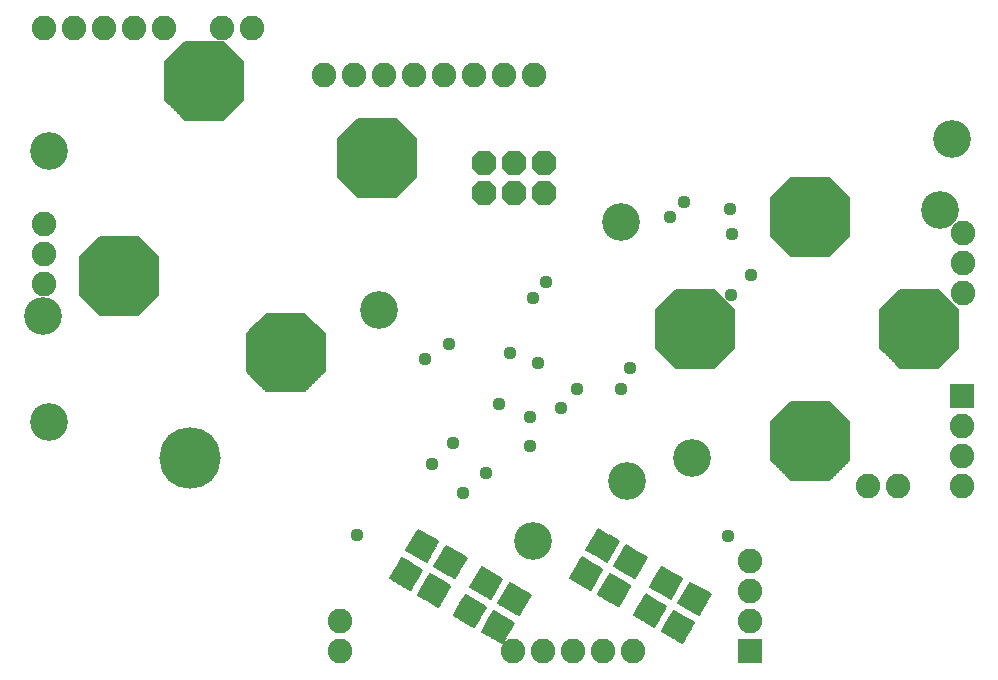
<source format=gbs>
G75*
%MOIN*%
%OFA0B0*%
%FSLAX25Y25*%
%IPPOS*%
%LPD*%
%AMOC8*
5,1,8,0,0,1.08239X$1,22.5*
%
%ADD10C,0.12611*%
%ADD11C,0.20485*%
%ADD12C,0.08200*%
%ADD13R,0.08200X0.08200*%
%ADD14OC8,0.08200*%
%ADD15R,0.04000X0.02400*%
%ADD16C,0.00500*%
%ADD17C,0.04369*%
D10*
X0044091Y0127043D03*
X0042123Y0162476D03*
X0044091Y0217594D03*
X0154327Y0164445D03*
X0235036Y0193972D03*
X0258658Y0115232D03*
X0237005Y0107358D03*
X0205509Y0087673D03*
X0341335Y0197909D03*
X0345272Y0221531D03*
D11*
X0091335Y0115232D03*
D12*
X0141144Y0050865D03*
X0141144Y0060865D03*
X0198760Y0050689D03*
X0208760Y0050689D03*
X0218760Y0050689D03*
X0228760Y0050689D03*
X0238760Y0050689D03*
X0277988Y0060705D03*
X0277988Y0070705D03*
X0277988Y0080705D03*
X0317177Y0105853D03*
X0327177Y0105853D03*
X0348559Y0105975D03*
X0348559Y0115975D03*
X0348559Y0125975D03*
X0348747Y0170278D03*
X0348747Y0180278D03*
X0348747Y0190278D03*
X0205927Y0242802D03*
X0195927Y0242802D03*
X0185927Y0242802D03*
X0175927Y0242802D03*
X0165927Y0242802D03*
X0155927Y0242802D03*
X0145927Y0242802D03*
X0135927Y0242802D03*
X0111904Y0258495D03*
X0101904Y0258495D03*
X0082604Y0258447D03*
X0072604Y0258447D03*
X0062604Y0258447D03*
X0052604Y0258447D03*
X0042604Y0258447D03*
X0042584Y0193258D03*
X0042584Y0183258D03*
X0042584Y0173258D03*
D13*
X0277988Y0050705D03*
X0348559Y0135975D03*
D14*
X0209317Y0203577D03*
X0199317Y0203577D03*
X0199317Y0213577D03*
X0209317Y0213577D03*
X0189317Y0213577D03*
X0189317Y0203577D03*
D15*
X0153540Y0203500D03*
X0153540Y0227122D03*
X0095981Y0229091D03*
X0095981Y0252713D03*
X0067477Y0187752D03*
X0067477Y0164130D03*
X0123068Y0162161D03*
X0123068Y0138539D03*
G36*
X0167482Y0087917D02*
X0170946Y0085917D01*
X0169746Y0083839D01*
X0166282Y0085839D01*
X0167482Y0087917D01*
G37*
G36*
X0198211Y0070132D02*
X0201675Y0068132D01*
X0200475Y0066054D01*
X0197011Y0068054D01*
X0198211Y0070132D01*
G37*
G36*
X0227517Y0088055D02*
X0230981Y0086055D01*
X0229781Y0083977D01*
X0226317Y0085977D01*
X0227517Y0088055D01*
G37*
G36*
X0258246Y0070270D02*
X0261710Y0068270D01*
X0260510Y0066192D01*
X0257046Y0068192D01*
X0258246Y0070270D01*
G37*
X0297949Y0109012D03*
X0297949Y0132634D03*
X0334249Y0146413D03*
X0334249Y0170035D03*
X0297871Y0183815D03*
X0297871Y0207437D03*
X0259524Y0170035D03*
X0259524Y0146413D03*
D16*
X0253225Y0145232D02*
X0265823Y0145232D01*
X0270154Y0149563D01*
X0272516Y0151925D01*
X0272516Y0164524D01*
X0272123Y0164917D01*
X0265823Y0171217D01*
X0253225Y0171217D01*
X0248107Y0166098D01*
X0246532Y0164524D01*
X0246532Y0151925D01*
X0249682Y0148776D01*
X0253225Y0145232D01*
X0252893Y0145564D02*
X0266155Y0145564D01*
X0266654Y0146062D02*
X0252395Y0146062D01*
X0251896Y0146561D02*
X0267152Y0146561D01*
X0267651Y0147059D02*
X0251398Y0147059D01*
X0250899Y0147558D02*
X0268149Y0147558D01*
X0268648Y0148056D02*
X0250401Y0148056D01*
X0249902Y0148555D02*
X0269146Y0148555D01*
X0269645Y0149054D02*
X0249404Y0149054D01*
X0248905Y0149552D02*
X0270143Y0149552D01*
X0270642Y0150051D02*
X0248407Y0150051D01*
X0247908Y0150549D02*
X0271140Y0150549D01*
X0271639Y0151048D02*
X0247410Y0151048D01*
X0246911Y0151546D02*
X0272137Y0151546D01*
X0272516Y0152045D02*
X0246532Y0152045D01*
X0246532Y0152543D02*
X0272516Y0152543D01*
X0272516Y0153042D02*
X0246532Y0153042D01*
X0246532Y0153540D02*
X0272516Y0153540D01*
X0272516Y0154039D02*
X0246532Y0154039D01*
X0246532Y0154537D02*
X0272516Y0154537D01*
X0272516Y0155036D02*
X0246532Y0155036D01*
X0246532Y0155534D02*
X0272516Y0155534D01*
X0272516Y0156033D02*
X0246532Y0156033D01*
X0246532Y0156531D02*
X0272516Y0156531D01*
X0272516Y0157030D02*
X0246532Y0157030D01*
X0246532Y0157528D02*
X0272516Y0157528D01*
X0272516Y0158027D02*
X0246532Y0158027D01*
X0246532Y0158525D02*
X0272516Y0158525D01*
X0272516Y0159024D02*
X0246532Y0159024D01*
X0246532Y0159522D02*
X0272516Y0159522D01*
X0272516Y0160021D02*
X0246532Y0160021D01*
X0246532Y0160519D02*
X0272516Y0160519D01*
X0272516Y0161018D02*
X0246532Y0161018D01*
X0246532Y0161516D02*
X0272516Y0161516D01*
X0272516Y0162015D02*
X0246532Y0162015D01*
X0246532Y0162513D02*
X0272516Y0162513D01*
X0272516Y0163012D02*
X0246532Y0163012D01*
X0246532Y0163510D02*
X0272516Y0163510D01*
X0272516Y0164009D02*
X0246532Y0164009D01*
X0246532Y0164507D02*
X0272516Y0164507D01*
X0272034Y0165006D02*
X0247014Y0165006D01*
X0247513Y0165504D02*
X0271536Y0165504D01*
X0271037Y0166003D02*
X0248011Y0166003D01*
X0248510Y0166501D02*
X0270539Y0166501D01*
X0270040Y0167000D02*
X0249008Y0167000D01*
X0249507Y0167498D02*
X0269542Y0167498D01*
X0269043Y0167997D02*
X0250005Y0167997D01*
X0250504Y0168495D02*
X0268545Y0168495D01*
X0268046Y0168994D02*
X0251002Y0168994D01*
X0251501Y0169492D02*
X0267548Y0169492D01*
X0267049Y0169991D02*
X0252000Y0169991D01*
X0252498Y0170490D02*
X0266551Y0170490D01*
X0266052Y0170988D02*
X0252997Y0170988D01*
X0284879Y0189327D02*
X0288028Y0186177D01*
X0291572Y0182634D01*
X0304170Y0182634D01*
X0308501Y0186965D01*
X0310863Y0189327D01*
X0310863Y0201925D01*
X0310469Y0202319D01*
X0304170Y0208618D01*
X0291572Y0208618D01*
X0286453Y0203500D01*
X0284879Y0201925D01*
X0284879Y0189327D01*
X0284879Y0189433D02*
X0310863Y0189433D01*
X0310863Y0189931D02*
X0284879Y0189931D01*
X0284879Y0190430D02*
X0310863Y0190430D01*
X0310863Y0190928D02*
X0284879Y0190928D01*
X0284879Y0191427D02*
X0310863Y0191427D01*
X0310863Y0191925D02*
X0284879Y0191925D01*
X0284879Y0192424D02*
X0310863Y0192424D01*
X0310863Y0192923D02*
X0284879Y0192923D01*
X0284879Y0193421D02*
X0310863Y0193421D01*
X0310863Y0193920D02*
X0284879Y0193920D01*
X0284879Y0194418D02*
X0310863Y0194418D01*
X0310863Y0194917D02*
X0284879Y0194917D01*
X0284879Y0195415D02*
X0310863Y0195415D01*
X0310863Y0195914D02*
X0284879Y0195914D01*
X0284879Y0196412D02*
X0310863Y0196412D01*
X0310863Y0196911D02*
X0284879Y0196911D01*
X0284879Y0197409D02*
X0310863Y0197409D01*
X0310863Y0197908D02*
X0284879Y0197908D01*
X0284879Y0198406D02*
X0310863Y0198406D01*
X0310863Y0198905D02*
X0284879Y0198905D01*
X0284879Y0199403D02*
X0310863Y0199403D01*
X0310863Y0199902D02*
X0284879Y0199902D01*
X0284879Y0200400D02*
X0310863Y0200400D01*
X0310863Y0200899D02*
X0284879Y0200899D01*
X0284879Y0201397D02*
X0310863Y0201397D01*
X0310863Y0201896D02*
X0284879Y0201896D01*
X0285348Y0202394D02*
X0310394Y0202394D01*
X0309895Y0202893D02*
X0285846Y0202893D01*
X0286345Y0203391D02*
X0309397Y0203391D01*
X0308898Y0203890D02*
X0286843Y0203890D01*
X0287342Y0204388D02*
X0308400Y0204388D01*
X0307901Y0204887D02*
X0287840Y0204887D01*
X0288339Y0205385D02*
X0307403Y0205385D01*
X0306904Y0205884D02*
X0288837Y0205884D01*
X0289336Y0206382D02*
X0306406Y0206382D01*
X0305907Y0206881D02*
X0289834Y0206881D01*
X0290333Y0207379D02*
X0305409Y0207379D01*
X0304910Y0207878D02*
X0290831Y0207878D01*
X0291330Y0208376D02*
X0304412Y0208376D01*
X0310471Y0188934D02*
X0285271Y0188934D01*
X0285769Y0188436D02*
X0309972Y0188436D01*
X0309473Y0187937D02*
X0286268Y0187937D01*
X0286766Y0187439D02*
X0308975Y0187439D01*
X0308476Y0186940D02*
X0287265Y0186940D01*
X0287764Y0186442D02*
X0307978Y0186442D01*
X0307479Y0185943D02*
X0288262Y0185943D01*
X0288761Y0185445D02*
X0306981Y0185445D01*
X0306482Y0184946D02*
X0289259Y0184946D01*
X0289758Y0184448D02*
X0305984Y0184448D01*
X0305485Y0183949D02*
X0290256Y0183949D01*
X0290755Y0183451D02*
X0304987Y0183451D01*
X0304488Y0182952D02*
X0291253Y0182952D01*
X0321257Y0164524D02*
X0321257Y0151925D01*
X0324406Y0148776D01*
X0327949Y0145232D01*
X0340548Y0145232D01*
X0344879Y0149563D01*
X0347241Y0151925D01*
X0347241Y0164524D01*
X0346847Y0164917D01*
X0340548Y0171217D01*
X0327949Y0171217D01*
X0322831Y0166098D01*
X0321257Y0164524D01*
X0321257Y0164507D02*
X0347241Y0164507D01*
X0347241Y0164009D02*
X0321257Y0164009D01*
X0321257Y0163510D02*
X0347241Y0163510D01*
X0347241Y0163012D02*
X0321257Y0163012D01*
X0321257Y0162513D02*
X0347241Y0162513D01*
X0347241Y0162015D02*
X0321257Y0162015D01*
X0321257Y0161516D02*
X0347241Y0161516D01*
X0347241Y0161018D02*
X0321257Y0161018D01*
X0321257Y0160519D02*
X0347241Y0160519D01*
X0347241Y0160021D02*
X0321257Y0160021D01*
X0321257Y0159522D02*
X0347241Y0159522D01*
X0347241Y0159024D02*
X0321257Y0159024D01*
X0321257Y0158525D02*
X0347241Y0158525D01*
X0347241Y0158027D02*
X0321257Y0158027D01*
X0321257Y0157528D02*
X0347241Y0157528D01*
X0347241Y0157030D02*
X0321257Y0157030D01*
X0321257Y0156531D02*
X0347241Y0156531D01*
X0347241Y0156033D02*
X0321257Y0156033D01*
X0321257Y0155534D02*
X0347241Y0155534D01*
X0347241Y0155036D02*
X0321257Y0155036D01*
X0321257Y0154537D02*
X0347241Y0154537D01*
X0347241Y0154039D02*
X0321257Y0154039D01*
X0321257Y0153540D02*
X0347241Y0153540D01*
X0347241Y0153042D02*
X0321257Y0153042D01*
X0321257Y0152543D02*
X0347241Y0152543D01*
X0347241Y0152045D02*
X0321257Y0152045D01*
X0321636Y0151546D02*
X0346862Y0151546D01*
X0346363Y0151048D02*
X0322134Y0151048D01*
X0322633Y0150549D02*
X0345865Y0150549D01*
X0345366Y0150051D02*
X0323131Y0150051D01*
X0323630Y0149552D02*
X0344868Y0149552D01*
X0344369Y0149054D02*
X0324128Y0149054D01*
X0324627Y0148555D02*
X0343871Y0148555D01*
X0343372Y0148056D02*
X0325125Y0148056D01*
X0325624Y0147558D02*
X0342874Y0147558D01*
X0342375Y0147059D02*
X0326122Y0147059D01*
X0326621Y0146561D02*
X0341877Y0146561D01*
X0341378Y0146062D02*
X0327119Y0146062D01*
X0327618Y0145564D02*
X0340880Y0145564D01*
X0346759Y0165006D02*
X0321739Y0165006D01*
X0322237Y0165504D02*
X0346260Y0165504D01*
X0345762Y0166003D02*
X0322736Y0166003D01*
X0323234Y0166501D02*
X0345263Y0166501D01*
X0344765Y0167000D02*
X0323733Y0167000D01*
X0324231Y0167498D02*
X0344266Y0167498D01*
X0343767Y0167997D02*
X0324730Y0167997D01*
X0325228Y0168495D02*
X0343269Y0168495D01*
X0342770Y0168994D02*
X0325727Y0168994D01*
X0326225Y0169492D02*
X0342272Y0169492D01*
X0341773Y0169991D02*
X0326724Y0169991D01*
X0327222Y0170490D02*
X0341275Y0170490D01*
X0340776Y0170988D02*
X0327721Y0170988D01*
X0304249Y0133815D02*
X0291650Y0133815D01*
X0286532Y0128697D01*
X0284957Y0127122D01*
X0284957Y0114524D01*
X0288107Y0111374D01*
X0291650Y0107831D01*
X0304249Y0107831D01*
X0308579Y0112161D01*
X0310942Y0114524D01*
X0310942Y0127122D01*
X0310548Y0127516D01*
X0304249Y0133815D01*
X0304464Y0133600D02*
X0291435Y0133600D01*
X0290936Y0133101D02*
X0304962Y0133101D01*
X0305461Y0132603D02*
X0290438Y0132603D01*
X0289939Y0132104D02*
X0305960Y0132104D01*
X0306458Y0131606D02*
X0289441Y0131606D01*
X0288942Y0131107D02*
X0306957Y0131107D01*
X0307455Y0130609D02*
X0288444Y0130609D01*
X0287945Y0130110D02*
X0307954Y0130110D01*
X0308452Y0129612D02*
X0287447Y0129612D01*
X0286948Y0129113D02*
X0308951Y0129113D01*
X0309449Y0128615D02*
X0286450Y0128615D01*
X0285951Y0128116D02*
X0309948Y0128116D01*
X0310446Y0127618D02*
X0285453Y0127618D01*
X0284957Y0127119D02*
X0310942Y0127119D01*
X0310942Y0126621D02*
X0284957Y0126621D01*
X0284957Y0126122D02*
X0310942Y0126122D01*
X0310942Y0125623D02*
X0284957Y0125623D01*
X0284957Y0125125D02*
X0310942Y0125125D01*
X0310942Y0124626D02*
X0284957Y0124626D01*
X0284957Y0124128D02*
X0310942Y0124128D01*
X0310942Y0123629D02*
X0284957Y0123629D01*
X0284957Y0123131D02*
X0310942Y0123131D01*
X0310942Y0122632D02*
X0284957Y0122632D01*
X0284957Y0122134D02*
X0310942Y0122134D01*
X0310942Y0121635D02*
X0284957Y0121635D01*
X0284957Y0121137D02*
X0310942Y0121137D01*
X0310942Y0120638D02*
X0284957Y0120638D01*
X0284957Y0120140D02*
X0310942Y0120140D01*
X0310942Y0119641D02*
X0284957Y0119641D01*
X0284957Y0119143D02*
X0310942Y0119143D01*
X0310942Y0118644D02*
X0284957Y0118644D01*
X0284957Y0118146D02*
X0310942Y0118146D01*
X0310942Y0117647D02*
X0284957Y0117647D01*
X0284957Y0117149D02*
X0310942Y0117149D01*
X0310942Y0116650D02*
X0284957Y0116650D01*
X0284957Y0116152D02*
X0310942Y0116152D01*
X0310942Y0115653D02*
X0284957Y0115653D01*
X0284957Y0115155D02*
X0310942Y0115155D01*
X0310942Y0114656D02*
X0284957Y0114656D01*
X0285323Y0114158D02*
X0310576Y0114158D01*
X0310077Y0113659D02*
X0285822Y0113659D01*
X0286320Y0113161D02*
X0309579Y0113161D01*
X0309080Y0112662D02*
X0286819Y0112662D01*
X0287317Y0112164D02*
X0308582Y0112164D01*
X0308083Y0111665D02*
X0287816Y0111665D01*
X0288314Y0111167D02*
X0307585Y0111167D01*
X0307086Y0110668D02*
X0288813Y0110668D01*
X0289311Y0110170D02*
X0306588Y0110170D01*
X0306089Y0109671D02*
X0289810Y0109671D01*
X0290308Y0109173D02*
X0305591Y0109173D01*
X0305092Y0108674D02*
X0290807Y0108674D01*
X0291305Y0108176D02*
X0304594Y0108176D01*
X0260341Y0072283D02*
X0257125Y0072283D01*
X0257413Y0072781D02*
X0259478Y0072781D01*
X0258614Y0073280D02*
X0257700Y0073280D01*
X0257929Y0073676D02*
X0255905Y0070170D01*
X0253998Y0066868D01*
X0257821Y0064661D01*
X0260862Y0062905D01*
X0263287Y0067106D01*
X0264792Y0069713D01*
X0261896Y0071385D01*
X0257929Y0073676D01*
X0256837Y0071784D02*
X0261205Y0071784D01*
X0262068Y0071286D02*
X0256549Y0071286D01*
X0256261Y0070787D02*
X0262932Y0070787D01*
X0263795Y0070289D02*
X0255973Y0070289D01*
X0255686Y0069790D02*
X0264658Y0069790D01*
X0264549Y0069292D02*
X0255398Y0069292D01*
X0255110Y0068793D02*
X0264262Y0068793D01*
X0263974Y0068295D02*
X0254822Y0068295D01*
X0254534Y0067796D02*
X0263686Y0067796D01*
X0263398Y0067298D02*
X0254247Y0067298D01*
X0254118Y0066799D02*
X0263110Y0066799D01*
X0262822Y0066301D02*
X0254981Y0066301D01*
X0255845Y0065802D02*
X0262535Y0065802D01*
X0262247Y0065304D02*
X0256708Y0065304D01*
X0257571Y0064805D02*
X0261959Y0064805D01*
X0261671Y0064307D02*
X0258435Y0064307D01*
X0259298Y0063808D02*
X0261383Y0063808D01*
X0261096Y0063310D02*
X0260162Y0063310D01*
X0258569Y0060817D02*
X0250510Y0060817D01*
X0250713Y0061167D02*
X0252512Y0064284D01*
X0255314Y0062666D01*
X0255926Y0062343D01*
X0259279Y0060407D01*
X0257230Y0056857D01*
X0255334Y0053573D01*
X0252560Y0055175D01*
X0248580Y0057473D01*
X0250713Y0061167D01*
X0250798Y0061316D02*
X0257705Y0061316D01*
X0256842Y0061814D02*
X0251086Y0061814D01*
X0251374Y0062313D02*
X0255978Y0062313D01*
X0255063Y0062811D02*
X0251662Y0062811D01*
X0251950Y0063310D02*
X0254199Y0063310D01*
X0253336Y0063808D02*
X0252237Y0063808D01*
X0249699Y0065304D02*
X0240520Y0065304D01*
X0240808Y0065802D02*
X0249893Y0065802D01*
X0249964Y0065761D02*
X0246664Y0067666D01*
X0243096Y0069726D01*
X0241422Y0066827D01*
X0241318Y0066686D01*
X0239132Y0062899D01*
X0242833Y0060762D01*
X0246016Y0058924D01*
X0248348Y0062963D01*
X0249964Y0065761D01*
X0249029Y0066301D02*
X0241096Y0066301D01*
X0241401Y0066799D02*
X0248166Y0066799D01*
X0247303Y0067298D02*
X0241694Y0067298D01*
X0241981Y0067796D02*
X0246439Y0067796D01*
X0245576Y0068295D02*
X0242269Y0068295D01*
X0242557Y0068793D02*
X0244712Y0068793D01*
X0243849Y0069292D02*
X0242845Y0069292D01*
X0244672Y0072253D02*
X0248233Y0070197D01*
X0251446Y0068342D01*
X0253888Y0072571D01*
X0255326Y0075062D01*
X0252055Y0076951D01*
X0252014Y0077013D01*
X0248569Y0079002D01*
X0246713Y0075787D01*
X0244672Y0072253D01*
X0244690Y0072283D02*
X0253722Y0072283D01*
X0254010Y0072781D02*
X0244977Y0072781D01*
X0245265Y0073280D02*
X0254297Y0073280D01*
X0254585Y0073778D02*
X0245553Y0073778D01*
X0245841Y0074277D02*
X0254873Y0074277D01*
X0255161Y0074775D02*
X0246129Y0074775D01*
X0246416Y0075274D02*
X0254960Y0075274D01*
X0254096Y0075772D02*
X0246704Y0075772D01*
X0246992Y0076271D02*
X0253233Y0076271D01*
X0252370Y0076769D02*
X0247280Y0076769D01*
X0247568Y0077268D02*
X0251573Y0077268D01*
X0250710Y0077766D02*
X0247855Y0077766D01*
X0248143Y0078265D02*
X0249846Y0078265D01*
X0248983Y0078763D02*
X0248431Y0078763D01*
X0243273Y0081754D02*
X0234071Y0081754D01*
X0233784Y0081256D02*
X0242985Y0081256D01*
X0242697Y0080757D02*
X0233496Y0080757D01*
X0233208Y0080259D02*
X0242410Y0080259D01*
X0242122Y0079760D02*
X0232920Y0079760D01*
X0232632Y0079262D02*
X0241834Y0079262D01*
X0241736Y0079092D02*
X0243458Y0082075D01*
X0240761Y0083632D01*
X0239713Y0084214D01*
X0236547Y0086042D01*
X0234863Y0083126D01*
X0232590Y0079188D01*
X0236945Y0076674D01*
X0239491Y0075204D01*
X0241736Y0079092D01*
X0241546Y0078763D02*
X0233326Y0078763D01*
X0234189Y0078265D02*
X0241258Y0078265D01*
X0240971Y0077766D02*
X0235053Y0077766D01*
X0235916Y0077268D02*
X0240683Y0077268D01*
X0240395Y0076769D02*
X0236779Y0076769D01*
X0237643Y0076271D02*
X0240107Y0076271D01*
X0239819Y0075772D02*
X0238506Y0075772D01*
X0239370Y0075274D02*
X0239531Y0075274D01*
X0238053Y0072674D02*
X0234796Y0074554D01*
X0231158Y0076654D01*
X0229602Y0073959D01*
X0229556Y0073879D01*
X0227164Y0069736D01*
X0230842Y0067612D01*
X0234058Y0065755D01*
X0236508Y0069999D01*
X0238053Y0072674D01*
X0237866Y0072781D02*
X0228922Y0072781D01*
X0228635Y0072283D02*
X0237827Y0072283D01*
X0237539Y0071784D02*
X0228347Y0071784D01*
X0228059Y0071286D02*
X0237251Y0071286D01*
X0236964Y0070787D02*
X0227771Y0070787D01*
X0227483Y0070289D02*
X0236676Y0070289D01*
X0236388Y0069790D02*
X0227195Y0069790D01*
X0227933Y0069292D02*
X0236100Y0069292D01*
X0235812Y0068793D02*
X0228797Y0068793D01*
X0229660Y0068295D02*
X0235524Y0068295D01*
X0235237Y0067796D02*
X0230524Y0067796D01*
X0231387Y0067298D02*
X0234949Y0067298D01*
X0234661Y0066799D02*
X0232251Y0066799D01*
X0233114Y0066301D02*
X0234373Y0066301D01*
X0234085Y0065802D02*
X0233978Y0065802D01*
X0239369Y0063310D02*
X0248548Y0063310D01*
X0248836Y0063808D02*
X0239657Y0063808D01*
X0239944Y0064307D02*
X0249124Y0064307D01*
X0249411Y0064805D02*
X0240232Y0064805D01*
X0239284Y0062811D02*
X0248260Y0062811D01*
X0247972Y0062313D02*
X0240147Y0062313D01*
X0241011Y0061814D02*
X0247685Y0061814D01*
X0247397Y0061316D02*
X0241874Y0061316D01*
X0242738Y0060817D02*
X0247109Y0060817D01*
X0246821Y0060319D02*
X0243601Y0060319D01*
X0244464Y0059820D02*
X0246533Y0059820D01*
X0246245Y0059321D02*
X0245328Y0059321D01*
X0248784Y0057826D02*
X0257790Y0057826D01*
X0258077Y0058324D02*
X0249071Y0058324D01*
X0249359Y0058823D02*
X0258365Y0058823D01*
X0258653Y0059321D02*
X0249647Y0059321D01*
X0249935Y0059820D02*
X0258941Y0059820D01*
X0259229Y0060319D02*
X0250223Y0060319D01*
X0248831Y0057327D02*
X0257502Y0057327D01*
X0257214Y0056829D02*
X0249695Y0056829D01*
X0250558Y0056330D02*
X0256926Y0056330D01*
X0256638Y0055832D02*
X0251422Y0055832D01*
X0252285Y0055333D02*
X0256350Y0055333D01*
X0256063Y0054835D02*
X0253149Y0054835D01*
X0254012Y0054336D02*
X0255775Y0054336D01*
X0255487Y0053838D02*
X0254876Y0053838D01*
X0251707Y0068793D02*
X0250664Y0068793D01*
X0249800Y0069292D02*
X0251995Y0069292D01*
X0252283Y0069790D02*
X0248937Y0069790D01*
X0248074Y0070289D02*
X0252570Y0070289D01*
X0252858Y0070787D02*
X0247210Y0070787D01*
X0246347Y0071286D02*
X0253146Y0071286D01*
X0253434Y0071784D02*
X0245483Y0071784D01*
X0237003Y0073280D02*
X0229210Y0073280D01*
X0229498Y0073778D02*
X0236139Y0073778D01*
X0235276Y0074277D02*
X0229786Y0074277D01*
X0230074Y0074775D02*
X0234412Y0074775D01*
X0233549Y0075274D02*
X0230361Y0075274D01*
X0230649Y0075772D02*
X0232686Y0075772D01*
X0231822Y0076271D02*
X0230937Y0076271D01*
X0228486Y0077766D02*
X0219320Y0077766D01*
X0219032Y0077268D02*
X0228199Y0077268D01*
X0227911Y0076769D02*
X0218744Y0076769D01*
X0218456Y0076271D02*
X0227623Y0076271D01*
X0227483Y0076028D02*
X0228640Y0078032D01*
X0225576Y0079801D01*
X0225477Y0079891D01*
X0221779Y0082026D01*
X0220120Y0079152D01*
X0217861Y0075240D01*
X0221263Y0073277D01*
X0224736Y0071271D01*
X0227483Y0076028D01*
X0227335Y0075772D02*
X0218168Y0075772D01*
X0217881Y0075274D02*
X0227047Y0075274D01*
X0226759Y0074775D02*
X0218667Y0074775D01*
X0219530Y0074277D02*
X0226472Y0074277D01*
X0226184Y0073778D02*
X0220393Y0073778D01*
X0221257Y0073280D02*
X0225896Y0073280D01*
X0225608Y0072781D02*
X0222120Y0072781D01*
X0222984Y0072283D02*
X0225320Y0072283D01*
X0225033Y0071784D02*
X0223847Y0071784D01*
X0224711Y0071286D02*
X0224745Y0071286D01*
X0228237Y0078265D02*
X0219608Y0078265D01*
X0219895Y0078763D02*
X0227373Y0078763D01*
X0226510Y0079262D02*
X0220183Y0079262D01*
X0220471Y0079760D02*
X0225646Y0079760D01*
X0224839Y0080259D02*
X0220759Y0080259D01*
X0221047Y0080757D02*
X0223976Y0080757D01*
X0223112Y0081256D02*
X0221334Y0081256D01*
X0221622Y0081754D02*
X0222249Y0081754D01*
X0223944Y0084247D02*
X0232183Y0084247D01*
X0231896Y0083749D02*
X0224807Y0083749D01*
X0225671Y0083250D02*
X0231608Y0083250D01*
X0231320Y0082752D02*
X0226534Y0082752D01*
X0227092Y0082430D02*
X0230124Y0080679D01*
X0232755Y0085237D01*
X0234061Y0087500D01*
X0230829Y0089366D01*
X0230823Y0089280D01*
X0227155Y0091397D01*
X0225772Y0089001D01*
X0223256Y0084644D01*
X0227092Y0082430D01*
X0227398Y0082253D02*
X0231032Y0082253D01*
X0230744Y0081754D02*
X0228261Y0081754D01*
X0229125Y0081256D02*
X0230457Y0081256D01*
X0230169Y0080757D02*
X0229988Y0080757D01*
X0234359Y0082253D02*
X0243149Y0082253D01*
X0242285Y0082752D02*
X0234647Y0082752D01*
X0234935Y0083250D02*
X0241422Y0083250D01*
X0240551Y0083749D02*
X0235223Y0083749D01*
X0235511Y0084247D02*
X0239656Y0084247D01*
X0238793Y0084746D02*
X0235798Y0084746D01*
X0236086Y0085244D02*
X0237929Y0085244D01*
X0237066Y0085743D02*
X0236374Y0085743D01*
X0233910Y0087238D02*
X0224754Y0087238D01*
X0224466Y0086740D02*
X0233623Y0086740D01*
X0233335Y0086241D02*
X0224178Y0086241D01*
X0223890Y0085743D02*
X0233047Y0085743D01*
X0232759Y0085244D02*
X0223603Y0085244D01*
X0223315Y0084746D02*
X0232471Y0084746D01*
X0233651Y0087737D02*
X0225042Y0087737D01*
X0225329Y0088235D02*
X0232787Y0088235D01*
X0231924Y0088734D02*
X0225617Y0088734D01*
X0225905Y0089232D02*
X0231060Y0089232D01*
X0230042Y0089731D02*
X0226193Y0089731D01*
X0226481Y0090229D02*
X0229179Y0090229D01*
X0228315Y0090728D02*
X0226769Y0090728D01*
X0227056Y0091226D02*
X0227452Y0091226D01*
X0204758Y0069575D02*
X0201862Y0071247D01*
X0197894Y0073538D01*
X0195870Y0070032D01*
X0193964Y0066730D01*
X0197786Y0064523D01*
X0200827Y0062767D01*
X0203252Y0066968D01*
X0204758Y0069575D01*
X0204594Y0069292D02*
X0195443Y0069292D01*
X0195730Y0069790D02*
X0204385Y0069790D01*
X0203521Y0070289D02*
X0196018Y0070289D01*
X0196306Y0070787D02*
X0202658Y0070787D01*
X0201794Y0071286D02*
X0196594Y0071286D01*
X0196882Y0071784D02*
X0200931Y0071784D01*
X0200067Y0072283D02*
X0197169Y0072283D01*
X0197457Y0072781D02*
X0199204Y0072781D01*
X0198340Y0073280D02*
X0197745Y0073280D01*
X0195206Y0074775D02*
X0186173Y0074775D01*
X0185886Y0074277D02*
X0194918Y0074277D01*
X0194630Y0073778D02*
X0185598Y0073778D01*
X0185310Y0073280D02*
X0194342Y0073280D01*
X0194054Y0072781D02*
X0185022Y0072781D01*
X0184734Y0072283D02*
X0193767Y0072283D01*
X0193853Y0072433D02*
X0195292Y0074924D01*
X0192020Y0076813D01*
X0191979Y0076875D01*
X0188534Y0078864D01*
X0186678Y0075649D01*
X0184637Y0072115D01*
X0188198Y0070059D01*
X0191411Y0068204D01*
X0193853Y0072433D01*
X0193479Y0071784D02*
X0185209Y0071784D01*
X0186073Y0071286D02*
X0193191Y0071286D01*
X0192903Y0070787D02*
X0186936Y0070787D01*
X0187800Y0070289D02*
X0192615Y0070289D01*
X0192327Y0069790D02*
X0188663Y0069790D01*
X0189527Y0069292D02*
X0192040Y0069292D01*
X0191752Y0068793D02*
X0190390Y0068793D01*
X0191253Y0068295D02*
X0191464Y0068295D01*
X0194004Y0066799D02*
X0203155Y0066799D01*
X0202867Y0066301D02*
X0194707Y0066301D01*
X0195571Y0065802D02*
X0202579Y0065802D01*
X0202292Y0065304D02*
X0196434Y0065304D01*
X0197298Y0064805D02*
X0202004Y0064805D01*
X0201716Y0064307D02*
X0198161Y0064307D01*
X0199024Y0063808D02*
X0201428Y0063808D01*
X0201140Y0063310D02*
X0199888Y0063310D01*
X0200751Y0062811D02*
X0200853Y0062811D01*
X0199245Y0060269D02*
X0197195Y0056719D01*
X0195299Y0053435D01*
X0192525Y0055037D01*
X0188545Y0057335D01*
X0190678Y0061029D01*
X0192477Y0064146D01*
X0195279Y0062528D01*
X0195892Y0062205D01*
X0199245Y0060269D01*
X0199158Y0060319D02*
X0190267Y0060319D01*
X0190555Y0060817D02*
X0198295Y0060817D01*
X0197431Y0061316D02*
X0190843Y0061316D01*
X0191131Y0061814D02*
X0196568Y0061814D01*
X0195687Y0062313D02*
X0191419Y0062313D01*
X0191707Y0062811D02*
X0194789Y0062811D01*
X0193925Y0063310D02*
X0191994Y0063310D01*
X0192282Y0063808D02*
X0193062Y0063808D01*
X0189929Y0065623D02*
X0186629Y0067528D01*
X0183061Y0069588D01*
X0181387Y0066689D01*
X0181283Y0066548D01*
X0179097Y0062761D01*
X0182799Y0060624D01*
X0185981Y0058786D01*
X0188313Y0062825D01*
X0189929Y0065623D01*
X0189619Y0065802D02*
X0180853Y0065802D01*
X0181140Y0066301D02*
X0188755Y0066301D01*
X0187892Y0066799D02*
X0181451Y0066799D01*
X0181738Y0067298D02*
X0187029Y0067298D01*
X0186165Y0067796D02*
X0182026Y0067796D01*
X0182314Y0068295D02*
X0185302Y0068295D01*
X0184438Y0068793D02*
X0182602Y0068793D01*
X0182890Y0069292D02*
X0183575Y0069292D01*
X0178018Y0072536D02*
X0174762Y0074416D01*
X0171123Y0076516D01*
X0169568Y0073821D01*
X0169521Y0073741D01*
X0167129Y0069598D01*
X0170808Y0067474D01*
X0174024Y0065617D01*
X0176473Y0069861D01*
X0178018Y0072536D01*
X0177872Y0072283D02*
X0168679Y0072283D01*
X0168967Y0072781D02*
X0177592Y0072781D01*
X0177584Y0071784D02*
X0168392Y0071784D01*
X0168104Y0071286D02*
X0177296Y0071286D01*
X0177008Y0070787D02*
X0167816Y0070787D01*
X0167528Y0070289D02*
X0176720Y0070289D01*
X0176433Y0069790D02*
X0167240Y0069790D01*
X0167659Y0069292D02*
X0176145Y0069292D01*
X0175857Y0068793D02*
X0168523Y0068793D01*
X0169386Y0068295D02*
X0175569Y0068295D01*
X0175281Y0067796D02*
X0170250Y0067796D01*
X0171113Y0067298D02*
X0174994Y0067298D01*
X0174706Y0066799D02*
X0171977Y0066799D01*
X0172840Y0066301D02*
X0174418Y0066301D01*
X0174130Y0065802D02*
X0173704Y0065802D01*
X0179126Y0062811D02*
X0188305Y0062811D01*
X0188017Y0062313D02*
X0179873Y0062313D01*
X0180737Y0061814D02*
X0187729Y0061814D01*
X0187442Y0061316D02*
X0181600Y0061316D01*
X0182464Y0060817D02*
X0187154Y0060817D01*
X0186866Y0060319D02*
X0183327Y0060319D01*
X0184191Y0059820D02*
X0186578Y0059820D01*
X0186290Y0059321D02*
X0185054Y0059321D01*
X0185917Y0058823D02*
X0186002Y0058823D01*
X0188558Y0057327D02*
X0197546Y0057327D01*
X0197259Y0056829D02*
X0189421Y0056829D01*
X0190284Y0056330D02*
X0196971Y0056330D01*
X0196683Y0055832D02*
X0191148Y0055832D01*
X0192011Y0055333D02*
X0196395Y0055333D01*
X0196107Y0054835D02*
X0192875Y0054835D01*
X0193738Y0054336D02*
X0195820Y0054336D01*
X0195532Y0053838D02*
X0194602Y0053838D01*
X0197834Y0057826D02*
X0188828Y0057826D01*
X0189116Y0058324D02*
X0198122Y0058324D01*
X0198410Y0058823D02*
X0189404Y0058823D01*
X0189692Y0059321D02*
X0198698Y0059321D01*
X0198986Y0059820D02*
X0189980Y0059820D01*
X0188593Y0063310D02*
X0179414Y0063310D01*
X0179701Y0063808D02*
X0188881Y0063808D01*
X0189168Y0064307D02*
X0179989Y0064307D01*
X0180277Y0064805D02*
X0189456Y0064805D01*
X0189744Y0065304D02*
X0180565Y0065304D01*
X0176729Y0073280D02*
X0169255Y0073280D01*
X0169543Y0073778D02*
X0175865Y0073778D01*
X0175002Y0074277D02*
X0169831Y0074277D01*
X0170118Y0074775D02*
X0174139Y0074775D01*
X0173275Y0075274D02*
X0170406Y0075274D01*
X0170694Y0075772D02*
X0172412Y0075772D01*
X0171548Y0076271D02*
X0170982Y0076271D01*
X0168531Y0077766D02*
X0159365Y0077766D01*
X0159077Y0077268D02*
X0168243Y0077268D01*
X0167956Y0076769D02*
X0158789Y0076769D01*
X0158501Y0076271D02*
X0167668Y0076271D01*
X0167448Y0075890D02*
X0168605Y0077894D01*
X0165541Y0079663D01*
X0165442Y0079753D01*
X0161744Y0081888D01*
X0160085Y0079014D01*
X0157826Y0075102D01*
X0161228Y0073139D01*
X0164701Y0071133D01*
X0167448Y0075890D01*
X0167380Y0075772D02*
X0158213Y0075772D01*
X0157925Y0075274D02*
X0167092Y0075274D01*
X0166804Y0074775D02*
X0158393Y0074775D01*
X0159256Y0074277D02*
X0166516Y0074277D01*
X0166229Y0073778D02*
X0160120Y0073778D01*
X0160983Y0073280D02*
X0165941Y0073280D01*
X0165653Y0072781D02*
X0161846Y0072781D01*
X0162710Y0072283D02*
X0165365Y0072283D01*
X0165077Y0071784D02*
X0163573Y0071784D01*
X0164437Y0071286D02*
X0164790Y0071286D01*
X0167963Y0078265D02*
X0159652Y0078265D01*
X0159940Y0078763D02*
X0167099Y0078763D01*
X0166236Y0079262D02*
X0160228Y0079262D01*
X0160516Y0079760D02*
X0165429Y0079760D01*
X0164565Y0080259D02*
X0160804Y0080259D01*
X0161091Y0080757D02*
X0163702Y0080757D01*
X0162838Y0081256D02*
X0161379Y0081256D01*
X0161667Y0081754D02*
X0161975Y0081754D01*
X0163670Y0084247D02*
X0172228Y0084247D01*
X0171940Y0083749D02*
X0164533Y0083749D01*
X0165397Y0083250D02*
X0171653Y0083250D01*
X0171365Y0082752D02*
X0166260Y0082752D01*
X0167057Y0082292D02*
X0170089Y0080541D01*
X0172720Y0085099D01*
X0174026Y0087362D01*
X0170794Y0089228D01*
X0170789Y0089142D01*
X0167120Y0091259D01*
X0165737Y0088863D01*
X0163221Y0084506D01*
X0167057Y0082292D01*
X0167124Y0082253D02*
X0171077Y0082253D01*
X0170789Y0081754D02*
X0167987Y0081754D01*
X0168851Y0081256D02*
X0170501Y0081256D01*
X0170214Y0080757D02*
X0169714Y0080757D01*
X0172555Y0079050D02*
X0176910Y0076536D01*
X0179456Y0075066D01*
X0181701Y0078954D01*
X0183423Y0081937D01*
X0180726Y0083494D01*
X0179678Y0084076D01*
X0176512Y0085904D01*
X0174829Y0082988D01*
X0172555Y0079050D01*
X0172677Y0079262D02*
X0181879Y0079262D01*
X0182167Y0079760D02*
X0172965Y0079760D01*
X0173253Y0080259D02*
X0182454Y0080259D01*
X0182742Y0080757D02*
X0173541Y0080757D01*
X0173828Y0081256D02*
X0183030Y0081256D01*
X0183318Y0081754D02*
X0174116Y0081754D01*
X0174404Y0082253D02*
X0182875Y0082253D01*
X0182011Y0082752D02*
X0174692Y0082752D01*
X0174980Y0083250D02*
X0181148Y0083250D01*
X0180268Y0083749D02*
X0175268Y0083749D01*
X0175555Y0084247D02*
X0179382Y0084247D01*
X0178519Y0084746D02*
X0175843Y0084746D01*
X0176131Y0085244D02*
X0177655Y0085244D01*
X0176792Y0085743D02*
X0176419Y0085743D01*
X0173955Y0087238D02*
X0164799Y0087238D01*
X0165086Y0087737D02*
X0173377Y0087737D01*
X0172513Y0088235D02*
X0165374Y0088235D01*
X0165662Y0088734D02*
X0171650Y0088734D01*
X0170632Y0089232D02*
X0165950Y0089232D01*
X0166238Y0089731D02*
X0169768Y0089731D01*
X0168905Y0090229D02*
X0166526Y0090229D01*
X0166813Y0090728D02*
X0168041Y0090728D01*
X0167178Y0091226D02*
X0167101Y0091226D01*
X0164511Y0086740D02*
X0173667Y0086740D01*
X0173380Y0086241D02*
X0164223Y0086241D01*
X0163935Y0085743D02*
X0173092Y0085743D01*
X0172804Y0085244D02*
X0163647Y0085244D01*
X0163360Y0084746D02*
X0172516Y0084746D01*
X0173052Y0078763D02*
X0181591Y0078763D01*
X0181303Y0078265D02*
X0173915Y0078265D01*
X0174779Y0077766D02*
X0181015Y0077766D01*
X0180728Y0077268D02*
X0175642Y0077268D01*
X0176506Y0076769D02*
X0180440Y0076769D01*
X0180152Y0076271D02*
X0177369Y0076271D01*
X0178232Y0075772D02*
X0179864Y0075772D01*
X0179576Y0075274D02*
X0179096Y0075274D01*
X0186461Y0075274D02*
X0194686Y0075274D01*
X0193823Y0075772D02*
X0186749Y0075772D01*
X0187037Y0076271D02*
X0192959Y0076271D01*
X0192096Y0076769D02*
X0187325Y0076769D01*
X0187612Y0077268D02*
X0191299Y0077268D01*
X0190436Y0077766D02*
X0187900Y0077766D01*
X0188188Y0078265D02*
X0189572Y0078265D01*
X0188709Y0078763D02*
X0188476Y0078763D01*
X0195155Y0068793D02*
X0204306Y0068793D01*
X0204019Y0068295D02*
X0194867Y0068295D01*
X0194579Y0067796D02*
X0203731Y0067796D01*
X0203443Y0067298D02*
X0194291Y0067298D01*
X0129367Y0137358D02*
X0116768Y0137358D01*
X0113225Y0140902D01*
X0110075Y0144051D01*
X0110075Y0156650D01*
X0111650Y0158224D01*
X0116768Y0163343D01*
X0129367Y0163343D01*
X0135666Y0157043D01*
X0136060Y0156650D01*
X0136060Y0144051D01*
X0133698Y0141689D01*
X0129367Y0137358D01*
X0129596Y0137588D02*
X0116539Y0137588D01*
X0116040Y0138086D02*
X0130095Y0138086D01*
X0130593Y0138585D02*
X0115542Y0138585D01*
X0115043Y0139083D02*
X0131092Y0139083D01*
X0131590Y0139582D02*
X0114545Y0139582D01*
X0114046Y0140080D02*
X0132089Y0140080D01*
X0132587Y0140579D02*
X0113548Y0140579D01*
X0113049Y0141077D02*
X0133086Y0141077D01*
X0133584Y0141576D02*
X0112551Y0141576D01*
X0112052Y0142074D02*
X0134083Y0142074D01*
X0134581Y0142573D02*
X0111554Y0142573D01*
X0111055Y0143071D02*
X0135080Y0143071D01*
X0135578Y0143570D02*
X0110557Y0143570D01*
X0110075Y0144068D02*
X0136060Y0144068D01*
X0136060Y0144567D02*
X0110075Y0144567D01*
X0110075Y0145065D02*
X0136060Y0145065D01*
X0136060Y0145564D02*
X0110075Y0145564D01*
X0110075Y0146062D02*
X0136060Y0146062D01*
X0136060Y0146561D02*
X0110075Y0146561D01*
X0110075Y0147059D02*
X0136060Y0147059D01*
X0136060Y0147558D02*
X0110075Y0147558D01*
X0110075Y0148056D02*
X0136060Y0148056D01*
X0136060Y0148555D02*
X0110075Y0148555D01*
X0110075Y0149054D02*
X0136060Y0149054D01*
X0136060Y0149552D02*
X0110075Y0149552D01*
X0110075Y0150051D02*
X0136060Y0150051D01*
X0136060Y0150549D02*
X0110075Y0150549D01*
X0110075Y0151048D02*
X0136060Y0151048D01*
X0136060Y0151546D02*
X0110075Y0151546D01*
X0110075Y0152045D02*
X0136060Y0152045D01*
X0136060Y0152543D02*
X0110075Y0152543D01*
X0110075Y0153042D02*
X0136060Y0153042D01*
X0136060Y0153540D02*
X0110075Y0153540D01*
X0110075Y0154039D02*
X0136060Y0154039D01*
X0136060Y0154537D02*
X0110075Y0154537D01*
X0110075Y0155036D02*
X0136060Y0155036D01*
X0136060Y0155534D02*
X0110075Y0155534D01*
X0110075Y0156033D02*
X0136060Y0156033D01*
X0136060Y0156531D02*
X0110075Y0156531D01*
X0110456Y0157030D02*
X0135680Y0157030D01*
X0135181Y0157528D02*
X0110954Y0157528D01*
X0111453Y0158027D02*
X0134683Y0158027D01*
X0134184Y0158525D02*
X0111951Y0158525D01*
X0112450Y0159024D02*
X0133686Y0159024D01*
X0133187Y0159522D02*
X0112948Y0159522D01*
X0113447Y0160021D02*
X0132689Y0160021D01*
X0132190Y0160519D02*
X0113945Y0160519D01*
X0114444Y0161018D02*
X0131692Y0161018D01*
X0131193Y0161516D02*
X0114942Y0161516D01*
X0115441Y0162015D02*
X0130695Y0162015D01*
X0130196Y0162513D02*
X0115939Y0162513D01*
X0116438Y0163012D02*
X0129697Y0163012D01*
X0147241Y0202319D02*
X0159839Y0202319D01*
X0164170Y0206650D01*
X0166532Y0209012D01*
X0166532Y0221610D01*
X0166138Y0222004D01*
X0159839Y0228303D01*
X0147241Y0228303D01*
X0142123Y0223185D01*
X0140548Y0221610D01*
X0140548Y0209012D01*
X0143698Y0205862D01*
X0147241Y0202319D01*
X0147165Y0202394D02*
X0159915Y0202394D01*
X0160413Y0202893D02*
X0146667Y0202893D01*
X0146168Y0203391D02*
X0160912Y0203391D01*
X0161410Y0203890D02*
X0145670Y0203890D01*
X0145171Y0204388D02*
X0161909Y0204388D01*
X0162407Y0204887D02*
X0144673Y0204887D01*
X0144174Y0205385D02*
X0162906Y0205385D01*
X0163404Y0205884D02*
X0143676Y0205884D01*
X0143177Y0206382D02*
X0163903Y0206382D01*
X0164401Y0206881D02*
X0142679Y0206881D01*
X0142180Y0207379D02*
X0164900Y0207379D01*
X0165398Y0207878D02*
X0141682Y0207878D01*
X0141183Y0208376D02*
X0165897Y0208376D01*
X0166395Y0208875D02*
X0140685Y0208875D01*
X0140548Y0209373D02*
X0166532Y0209373D01*
X0166532Y0209872D02*
X0140548Y0209872D01*
X0140548Y0210370D02*
X0166532Y0210370D01*
X0166532Y0210869D02*
X0140548Y0210869D01*
X0140548Y0211367D02*
X0166532Y0211367D01*
X0166532Y0211866D02*
X0140548Y0211866D01*
X0140548Y0212364D02*
X0166532Y0212364D01*
X0166532Y0212863D02*
X0140548Y0212863D01*
X0140548Y0213361D02*
X0166532Y0213361D01*
X0166532Y0213860D02*
X0140548Y0213860D01*
X0140548Y0214359D02*
X0166532Y0214359D01*
X0166532Y0214857D02*
X0140548Y0214857D01*
X0140548Y0215356D02*
X0166532Y0215356D01*
X0166532Y0215854D02*
X0140548Y0215854D01*
X0140548Y0216353D02*
X0166532Y0216353D01*
X0166532Y0216851D02*
X0140548Y0216851D01*
X0140548Y0217350D02*
X0166532Y0217350D01*
X0166532Y0217848D02*
X0140548Y0217848D01*
X0140548Y0218347D02*
X0166532Y0218347D01*
X0166532Y0218845D02*
X0140548Y0218845D01*
X0140548Y0219344D02*
X0166532Y0219344D01*
X0166532Y0219842D02*
X0140548Y0219842D01*
X0140548Y0220341D02*
X0166532Y0220341D01*
X0166532Y0220839D02*
X0140548Y0220839D01*
X0140548Y0221338D02*
X0166532Y0221338D01*
X0166306Y0221836D02*
X0140774Y0221836D01*
X0141272Y0222335D02*
X0165808Y0222335D01*
X0165309Y0222833D02*
X0141771Y0222833D01*
X0142269Y0223332D02*
X0164811Y0223332D01*
X0164312Y0223830D02*
X0142768Y0223830D01*
X0143266Y0224329D02*
X0163814Y0224329D01*
X0163315Y0224827D02*
X0143765Y0224827D01*
X0144263Y0225326D02*
X0162817Y0225326D01*
X0162318Y0225824D02*
X0144762Y0225824D01*
X0145260Y0226323D02*
X0161820Y0226323D01*
X0161321Y0226821D02*
X0145759Y0226821D01*
X0146257Y0227320D02*
X0160823Y0227320D01*
X0160324Y0227818D02*
X0146756Y0227818D01*
X0108973Y0234602D02*
X0108973Y0247201D01*
X0108579Y0247594D01*
X0102280Y0253894D01*
X0089682Y0253894D01*
X0084564Y0248776D01*
X0082989Y0247201D01*
X0082989Y0234602D01*
X0086138Y0231453D01*
X0089682Y0227909D01*
X0102280Y0227909D01*
X0106611Y0232240D01*
X0108973Y0234602D01*
X0108973Y0234797D02*
X0082989Y0234797D01*
X0082989Y0235296D02*
X0108973Y0235296D01*
X0108973Y0235794D02*
X0082989Y0235794D01*
X0082989Y0236293D02*
X0108973Y0236293D01*
X0108973Y0236792D02*
X0082989Y0236792D01*
X0082989Y0237290D02*
X0108973Y0237290D01*
X0108973Y0237789D02*
X0082989Y0237789D01*
X0082989Y0238287D02*
X0108973Y0238287D01*
X0108973Y0238786D02*
X0082989Y0238786D01*
X0082989Y0239284D02*
X0108973Y0239284D01*
X0108973Y0239783D02*
X0082989Y0239783D01*
X0082989Y0240281D02*
X0108973Y0240281D01*
X0108973Y0240780D02*
X0082989Y0240780D01*
X0082989Y0241278D02*
X0108973Y0241278D01*
X0108973Y0241777D02*
X0082989Y0241777D01*
X0082989Y0242275D02*
X0108973Y0242275D01*
X0108973Y0242774D02*
X0082989Y0242774D01*
X0082989Y0243272D02*
X0108973Y0243272D01*
X0108973Y0243771D02*
X0082989Y0243771D01*
X0082989Y0244269D02*
X0108973Y0244269D01*
X0108973Y0244768D02*
X0082989Y0244768D01*
X0082989Y0245266D02*
X0108973Y0245266D01*
X0108973Y0245765D02*
X0082989Y0245765D01*
X0082989Y0246263D02*
X0108973Y0246263D01*
X0108973Y0246762D02*
X0082989Y0246762D01*
X0083048Y0247260D02*
X0108914Y0247260D01*
X0108415Y0247759D02*
X0083547Y0247759D01*
X0084045Y0248257D02*
X0107917Y0248257D01*
X0107418Y0248756D02*
X0084544Y0248756D01*
X0085042Y0249254D02*
X0106920Y0249254D01*
X0106421Y0249753D02*
X0085541Y0249753D01*
X0086039Y0250251D02*
X0105923Y0250251D01*
X0105424Y0250750D02*
X0086538Y0250750D01*
X0087036Y0251248D02*
X0104926Y0251248D01*
X0104427Y0251747D02*
X0087535Y0251747D01*
X0088033Y0252245D02*
X0103929Y0252245D01*
X0103430Y0252744D02*
X0088532Y0252744D01*
X0089030Y0253242D02*
X0102931Y0253242D01*
X0102433Y0253741D02*
X0089529Y0253741D01*
X0083292Y0234299D02*
X0108670Y0234299D01*
X0108171Y0233800D02*
X0083791Y0233800D01*
X0084289Y0233302D02*
X0107673Y0233302D01*
X0107174Y0232803D02*
X0084788Y0232803D01*
X0085286Y0232305D02*
X0106676Y0232305D01*
X0106177Y0231806D02*
X0085785Y0231806D01*
X0086283Y0231308D02*
X0105679Y0231308D01*
X0105180Y0230809D02*
X0086782Y0230809D01*
X0087280Y0230311D02*
X0104682Y0230311D01*
X0104183Y0229812D02*
X0087779Y0229812D01*
X0088277Y0229314D02*
X0103685Y0229314D01*
X0103186Y0228815D02*
X0088776Y0228815D01*
X0089274Y0228317D02*
X0102688Y0228317D01*
X0073776Y0188933D02*
X0061178Y0188933D01*
X0056060Y0183815D01*
X0054485Y0182240D01*
X0054485Y0169642D01*
X0057635Y0166492D01*
X0061178Y0162949D01*
X0073776Y0162949D01*
X0078107Y0167280D01*
X0080469Y0169642D01*
X0080469Y0182240D01*
X0080075Y0182634D01*
X0073776Y0188933D01*
X0074273Y0188436D02*
X0060681Y0188436D01*
X0060182Y0187937D02*
X0074772Y0187937D01*
X0075270Y0187439D02*
X0059684Y0187439D01*
X0059185Y0186940D02*
X0075769Y0186940D01*
X0076267Y0186442D02*
X0058687Y0186442D01*
X0058188Y0185943D02*
X0076766Y0185943D01*
X0077264Y0185445D02*
X0057690Y0185445D01*
X0057191Y0184946D02*
X0077763Y0184946D01*
X0078261Y0184448D02*
X0056693Y0184448D01*
X0056194Y0183949D02*
X0078760Y0183949D01*
X0079259Y0183451D02*
X0055696Y0183451D01*
X0055197Y0182952D02*
X0079757Y0182952D01*
X0080256Y0182454D02*
X0054699Y0182454D01*
X0054485Y0181955D02*
X0080469Y0181955D01*
X0080469Y0181457D02*
X0054485Y0181457D01*
X0054485Y0180958D02*
X0080469Y0180958D01*
X0080469Y0180460D02*
X0054485Y0180460D01*
X0054485Y0179961D02*
X0080469Y0179961D01*
X0080469Y0179463D02*
X0054485Y0179463D01*
X0054485Y0178964D02*
X0080469Y0178964D01*
X0080469Y0178466D02*
X0054485Y0178466D01*
X0054485Y0177967D02*
X0080469Y0177967D01*
X0080469Y0177469D02*
X0054485Y0177469D01*
X0054485Y0176970D02*
X0080469Y0176970D01*
X0080469Y0176472D02*
X0054485Y0176472D01*
X0054485Y0175973D02*
X0080469Y0175973D01*
X0080469Y0175475D02*
X0054485Y0175475D01*
X0054485Y0174976D02*
X0080469Y0174976D01*
X0080469Y0174478D02*
X0054485Y0174478D01*
X0054485Y0173979D02*
X0080469Y0173979D01*
X0080469Y0173481D02*
X0054485Y0173481D01*
X0054485Y0172982D02*
X0080469Y0172982D01*
X0080469Y0172484D02*
X0054485Y0172484D01*
X0054485Y0171985D02*
X0080469Y0171985D01*
X0080469Y0171487D02*
X0054485Y0171487D01*
X0054485Y0170988D02*
X0080469Y0170988D01*
X0080469Y0170490D02*
X0054485Y0170490D01*
X0054485Y0169991D02*
X0080469Y0169991D01*
X0080320Y0169492D02*
X0054634Y0169492D01*
X0055133Y0168994D02*
X0079821Y0168994D01*
X0079323Y0168495D02*
X0055631Y0168495D01*
X0056130Y0167997D02*
X0078824Y0167997D01*
X0078326Y0167498D02*
X0056628Y0167498D01*
X0057127Y0167000D02*
X0077827Y0167000D01*
X0077329Y0166501D02*
X0057625Y0166501D01*
X0058124Y0166003D02*
X0076830Y0166003D01*
X0076332Y0165504D02*
X0058622Y0165504D01*
X0059121Y0165006D02*
X0075833Y0165006D01*
X0075335Y0164507D02*
X0059619Y0164507D01*
X0060118Y0164009D02*
X0074836Y0164009D01*
X0074338Y0163510D02*
X0060616Y0163510D01*
X0061115Y0163012D02*
X0073839Y0163012D01*
D17*
X0169682Y0148303D03*
X0177556Y0153028D03*
X0198028Y0150272D03*
X0207325Y0146763D03*
X0220075Y0138067D03*
X0214957Y0131768D03*
X0204721Y0129012D03*
X0194091Y0133343D03*
X0204721Y0119169D03*
X0189760Y0110114D03*
X0182280Y0103421D03*
X0172044Y0113264D03*
X0178755Y0120350D03*
X0146811Y0089576D03*
X0235036Y0138067D03*
X0237792Y0145154D03*
X0205509Y0168382D03*
X0209839Y0173894D03*
X0251178Y0195547D03*
X0255902Y0200665D03*
X0271257Y0198303D03*
X0271847Y0189839D03*
X0278343Y0176256D03*
X0271650Y0169563D03*
X0270469Y0089248D03*
M02*

</source>
